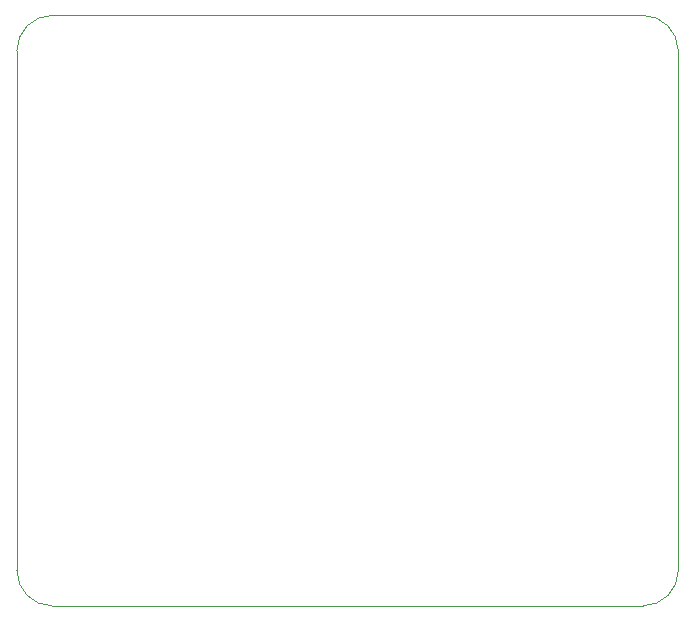
<source format=gbr>
%TF.GenerationSoftware,KiCad,Pcbnew,7.0.11-rc3*%
%TF.CreationDate,2025-03-16T23:26:40+08:00*%
%TF.ProjectId,dashboard,64617368-626f-4617-9264-2e6b69636164,rev?*%
%TF.SameCoordinates,Original*%
%TF.FileFunction,Profile,NP*%
%FSLAX46Y46*%
G04 Gerber Fmt 4.6, Leading zero omitted, Abs format (unit mm)*
G04 Created by KiCad (PCBNEW 7.0.11-rc3) date 2025-03-16 23:26:40*
%MOMM*%
%LPD*%
G01*
G04 APERTURE LIST*
%TA.AperFunction,Profile*%
%ADD10C,0.050000*%
%TD*%
G04 APERTURE END LIST*
D10*
X59000000Y-92000000D02*
X59000000Y-48000000D01*
X115000000Y-92000000D02*
X115000000Y-48000000D01*
X62000000Y-45000000D02*
G75*
G03*
X59000000Y-48000000I0J-3000000D01*
G01*
X115000000Y-48000000D02*
G75*
G03*
X112000000Y-45000000I-3000000J0D01*
G01*
X112000000Y-95000000D02*
G75*
G03*
X115000000Y-92000000I0J3000000D01*
G01*
X59000000Y-92000000D02*
G75*
G03*
X62000000Y-95000000I3000000J0D01*
G01*
X112000000Y-45000000D02*
X62000000Y-45000000D01*
X62000000Y-95000000D02*
X112000000Y-95000000D01*
M02*

</source>
